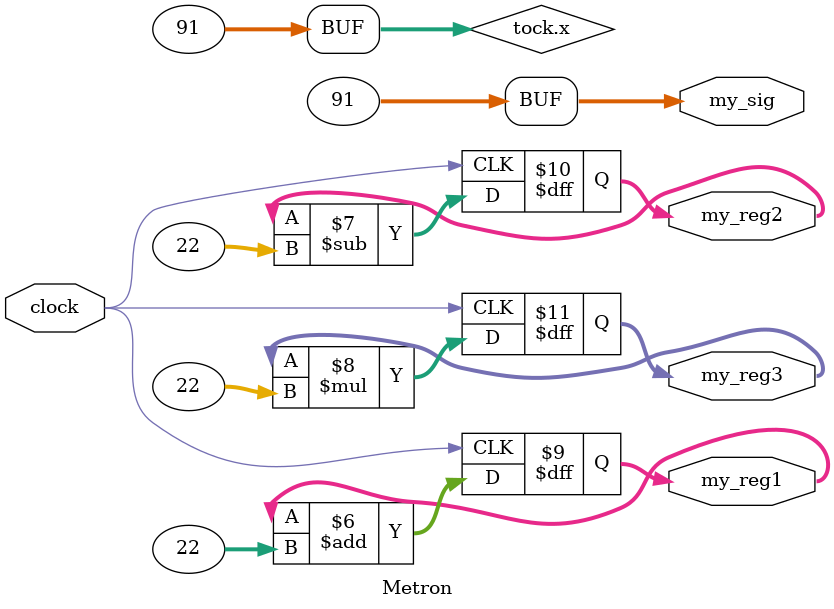
<source format=sv>
module Metron (
  // global clock
  input logic clock,
  // output signals
  output int my_sig,
  // output registers
  output int my_reg1,
  output int my_reg2,
  output int my_reg3
);
/*public*/


  // Divide and mod work, but make Yosys extremely slow to synth

  always_comb begin : tock
    int x;
    x = 7;
    x = x + 13;
    x = x - 13;
    x = x * 13;
    //x /= 13;
    //x %= 13;
    my_sig = x;
  end


  always_ff @(posedge clock) begin : tick
    my_reg1 <= my_reg1 + 22;
    my_reg2 <= my_reg2 - 22;
    my_reg3 <= my_reg3 * 22;
    //my_reg4 /= 22;
    //my_reg5 %= 22;
  end
endmodule

</source>
